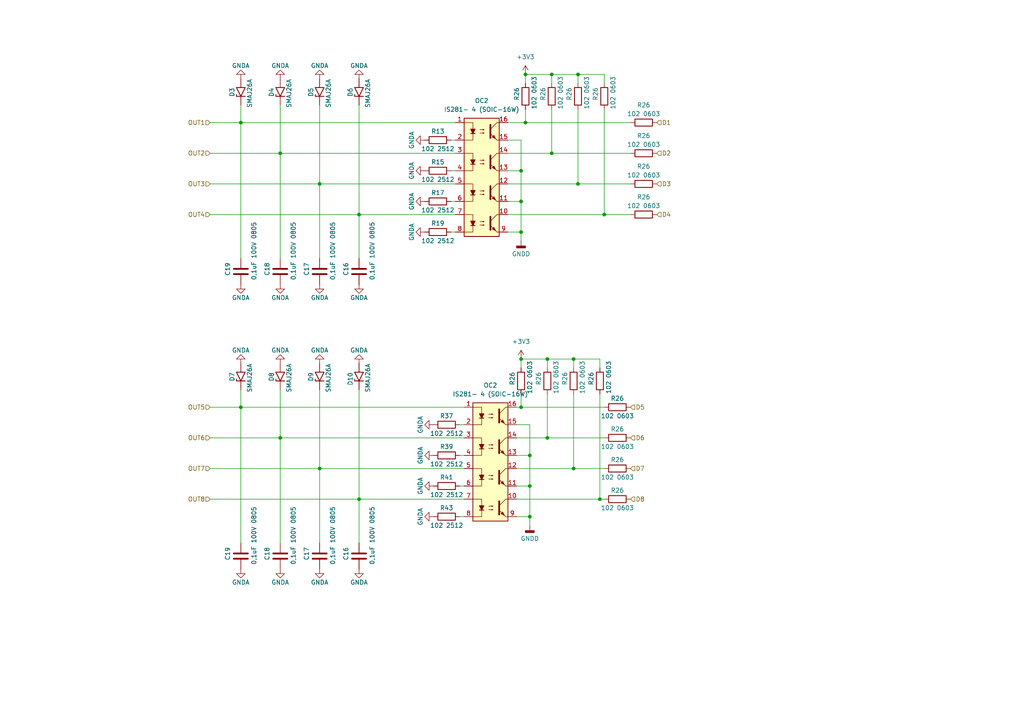
<source format=kicad_sch>
(kicad_sch (version 20230121) (generator eeschema)
  (paper "A4")
  (lib_symbols
    (symbol "Device:C" (pin_numbers hide) (pin_names (offset 0.254))
      (property "Reference" "C" (at 0.635 2.54 0))
      (property "Value" "C" (at 0.635 -2.54 0))
      (symbol "C_0_1"
        (polyline (pts (xy -2.032 -0.762) (xy 2.032 -0.762)) (stroke (width 0.508)))
        (polyline (pts (xy -2.032 0.762) (xy 2.032 0.762)) (stroke (width 0.508)))
      )
      (symbol "C_1_1"
        (pin passive line (at 0 3.81 270) (length 2.794) (name "~") (number "1"))
        (pin passive line (at 0 -3.81 90) (length 2.794) (name "~") (number "2"))
      )
    )
    (symbol "Device:R" (pin_numbers hide) (pin_names (offset 0))
      (property "Reference" "R" (at 2.032 0 90))
      (property "Value" "R" (at 0 0 90))
      (symbol "R_0_1"
        (rectangle (start -1.016 -2.54) (end 1.016 2.54) (stroke (width 0.254)))
      )
      (symbol "R_1_1"
        (pin passive line (at 0 3.81 270) (length 1.27) (name "~") (number "1"))
        (pin passive line (at 0 -3.81 90) (length 1.27) (name "~") (number "2"))
      )
    )
    (symbol "Diode:SMAJ26A" (pin_numbers hide) (pin_names (offset 1.016) hide)
      (property "Reference" "D" (at 0 2.54 0))
      (property "Value" "SMAJ26A" (at 0 -2.54 0))
      (symbol "SMAJ26A_0_1"
        (polyline (pts (xy -0.762 1.27) (xy -1.27 1.27) (xy -1.27 -1.27)) (stroke (width 0.254)))
        (polyline (pts (xy 1.27 1.27) (xy 1.27 -1.27) (xy -1.27 0) (xy 1.27 1.27)) (stroke (width 0.254)))
      )
      (symbol "SMAJ26A_1_1"
        (pin passive line (at -3.81 0 0) (length 2.54) (name "A1") (number "1"))
        (pin passive line (at 3.81 0 180) (length 2.54) (name "A2") (number "2"))
      )
    )
    (symbol "PCM_4ms_Power-symbol:GNDA" (power) (pin_numbers hide) (pin_names (offset 0) hide)
      (property "Value" "GNDA" (at 0 -3.81 0))
      (symbol "GNDA_0_1"
        (polyline (pts (xy 0 0) (xy 0 -1.27) (xy 1.27 -1.27) (xy 0 -2.54) (xy -1.27 -1.27) (xy 0 -1.27)))
      )
      (symbol "GNDA_1_1"
        (pin power_in line (at 0 0 270) (length 0) hide (name "GNDA") (number "1"))
      )
    )
    (symbol "PCM_Optocoupler_AKL:Optocoupler_Quad_Generic" (pin_names (offset 1.016))
      (property "Reference" "OC" (at -5.08 17.78 0))
      (property "Value" "Optocoupler_Quad_Generic" (at -5.08 15.24 0))
      (symbol "Optocoupler_Quad_Generic_0_1"
        (rectangle (start -5.08 12.7) (end 5.08 -21.59) (stroke (width 0.254)) (fill (type background)))
        (polyline (pts (xy -3.175 8.255) (xy -1.905 8.255)) (stroke (width 0.254)))
        (polyline (pts (xy 2.54 9.525) (xy 4.445 11.43)))
        (polyline (pts (xy 4.445 6.35) (xy 2.54 8.255)) (fill (type outline)))
        (polyline (pts (xy 4.445 6.35) (xy 5.08 6.35)))
        (polyline (pts (xy 4.445 11.43) (xy 5.08 11.43)))
        (polyline (pts (xy -5.08 11.43) (xy -2.54 11.43) (xy -2.54 8.255)))
        (polyline (pts (xy -2.54 8.255) (xy -2.54 6.35) (xy -5.08 6.35)))
        (polyline (pts (xy 2.54 10.795) (xy 2.54 6.985) (xy 2.54 6.985)) (stroke (width 0.508)))
        (polyline (pts (xy -2.54 8.255) (xy -3.175 9.525) (xy -1.905 9.525) (xy -2.54 8.255)) (stroke (width 0.254)) (fill (type outline)))
        (polyline (pts (xy -0.508 8.382) (xy 0.762 8.382) (xy 0.381 8.255) (xy 0.381 8.509) (xy 0.762 8.382)))
        (polyline (pts (xy -0.508 9.398) (xy 0.762 9.398) (xy 0.381 9.271) (xy 0.381 9.525) (xy 0.762 9.398)))
        (polyline (pts (xy 3.048 7.239) (xy 3.556 7.747) (xy 4.064 6.731) (xy 3.048 7.239) (xy 3.048 7.239)) (fill (type outline)))
      )
      (symbol "Optocoupler_Quad_Generic_1_1"
        (polyline (pts (xy -3.175 -18.415) (xy -1.905 -18.415)) (stroke (width 0.254)))
        (polyline (pts (xy -3.175 -9.525) (xy -1.905 -9.525)) (stroke (width 0.254)))
        (polyline (pts (xy -3.175 -0.635) (xy -1.905 -0.635)) (stroke (width 0.254)))
        (polyline (pts (xy 2.54 -17.145) (xy 4.445 -15.24)))
        (polyline (pts (xy 2.54 -8.255) (xy 4.445 -6.35)))
        (polyline (pts (xy 2.54 0.635) (xy 4.445 2.54)))
        (polyline (pts (xy 4.445 -20.32) (xy 2.54 -18.415)) (fill (type outline)))
        (polyline (pts (xy 4.445 -20.32) (xy 5.08 -20.32)))
        (polyline (pts (xy 4.445 -15.24) (xy 5.08 -15.24)))
        (polyline (pts (xy 4.445 -11.43) (xy 2.54 -9.525)) (fill (type outline)))
        (polyline (pts (xy 4.445 -11.43) (xy 5.08 -11.43)))
        (polyline (pts (xy 4.445 -6.35) (xy 5.08 -6.35)))
        (polyline (pts (xy 4.445 -2.54) (xy 2.54 -0.635)) (fill (type outline)))
        (polyline (pts (xy 4.445 -2.54) (xy 5.08 -2.54)))
        (polyline (pts (xy 4.445 2.54) (xy 5.08 2.54)))
        (polyline (pts (xy -5.08 -15.24) (xy -2.54 -15.24) (xy -2.54 -18.415)))
        (polyline (pts (xy -5.08 -6.35) (xy -2.54 -6.35) (xy -2.54 -9.525)))
        (polyline (pts (xy -5.08 2.54) (xy -2.54 2.54) (xy -2.54 -0.635)))
        (polyline (pts (xy -2.54 -18.415) (xy -2.54 -20.32) (xy -5.08 -20.32)))
        (polyline (pts (xy -2.54 -9.525) (xy -2.54 -11.43) (xy -5.08 -11.43)))
        (polyline (pts (xy -2.54 -0.635) (xy -2.54 -2.54) (xy -5.08 -2.54)))
        (polyline (pts (xy 2.54 -15.875) (xy 2.54 -19.685) (xy 2.54 -19.685)) (stroke (width 0.508)))
        (polyline (pts (xy 2.54 -6.985) (xy 2.54 -10.795) (xy 2.54 -10.795)) (stroke (width 0.508)))
        (polyline (pts (xy 2.54 1.905) (xy 2.54 -1.905) (xy 2.54 -1.905)) (stroke (width 0.508)))
        (polyline (pts (xy -2.54 -18.415) (xy -3.175 -17.145) (xy -1.905 -17.145) (xy -2.54 -18.415)) (stroke (width 0.254)) (fill (type outline)))
        (polyline (pts (xy -2.54 -9.525) (xy -3.175 -8.255) (xy -1.905 -8.255) (xy -2.54 -9.525)) (stroke (width 0.254)) (fill (type outline)))
        (polyline (pts (xy -2.54 -0.635) (xy -3.175 0.635) (xy -1.905 0.635) (xy -2.54 -0.635)) (stroke (width 0.254)) (fill (type outline)))
        (polyline (pts (xy -0.508 -18.288) (xy 0.762 -18.288) (xy 0.381 -18.415) (xy 0.381 -18.161) (xy 0.762 -18.288)))
        (polyline (pts (xy -0.508 -17.272) (xy 0.762 -17.272) (xy 0.381 -17.399) (xy 0.381 -17.145) (xy 0.762 -17.272)))
        (polyline (pts (xy -0.508 -9.398) (xy 0.762 -9.398) (xy 0.381 -9.525) (xy 0.381 -9.271) (xy 0.762 -9.398)))
        (polyline (pts (xy -0.508 -8.382) (xy 0.762 -8.382) (xy 0.381 -8.509) (xy 0.381 -8.255) (xy 0.762 -8.382)))
        (polyline (pts (xy -0.508 -0.508) (xy 0.762 -0.508) (xy 0.381 -0.635) (xy 0.381 -0.381) (xy 0.762 -0.508)))
        (polyline (pts (xy -0.508 0.508) (xy 0.762 0.508) (xy 0.381 0.381) (xy 0.381 0.635) (xy 0.762 0.508)))
        (polyline (pts (xy 3.048 -19.431) (xy 3.556 -18.923) (xy 4.064 -19.939) (xy 3.048 -19.431) (xy 3.048 -19.431)) (fill (type outline)))
        (polyline (pts (xy 3.048 -10.541) (xy 3.556 -10.033) (xy 4.064 -11.049) (xy 3.048 -10.541) (xy 3.048 -10.541)) (fill (type outline)))
        (polyline (pts (xy 3.048 -1.651) (xy 3.556 -1.143) (xy 4.064 -2.159) (xy 3.048 -1.651) (xy 3.048 -1.651)) (fill (type outline)))
        (pin passive line (at -7.62 11.43 0) (length 2.54) (name "~") (number "1"))
        (pin passive line (at 7.62 -15.24 180) (length 2.54) (name "~") (number "10"))
        (pin passive line (at 7.62 -11.43 180) (length 2.54) (name "~") (number "11"))
        (pin passive line (at 7.62 -6.35 180) (length 2.54) (name "~") (number "12"))
        (pin passive line (at 7.62 -2.54 180) (length 2.54) (name "~") (number "13"))
        (pin passive line (at 7.62 2.54 180) (length 2.54) (name "~") (number "14"))
        (pin passive line (at 7.62 6.35 180) (length 2.54) (name "~") (number "15"))
        (pin passive line (at 7.62 11.43 180) (length 2.54) (name "~") (number "16"))
        (pin passive line (at -7.62 6.35 0) (length 2.54) (name "~") (number "2"))
        (pin passive line (at -7.62 2.54 0) (length 2.54) (name "~") (number "3"))
        (pin passive line (at -7.62 -2.54 0) (length 2.54) (name "~") (number "4"))
        (pin passive line (at -7.62 -6.35 0) (length 2.54) (name "~") (number "5"))
        (pin passive line (at -7.62 -11.43 0) (length 2.54) (name "~") (number "6"))
        (pin passive line (at -7.62 -15.24 0) (length 2.54) (name "~") (number "7"))
        (pin passive line (at -7.62 -20.32 0) (length 2.54) (name "~") (number "8"))
        (pin passive line (at 7.62 -20.32 180) (length 2.54) (name "~") (number "9"))
      )
    )
    (symbol "power:+3V3" (power) (pin_numbers hide) (pin_names (offset 0) hide)
      (property "Value" "+3V3" (at 0 3.556 0))
      (symbol "+3V3_0_1"
        (polyline (pts (xy -0.762 1.27) (xy 0 2.54)))
        (polyline (pts (xy 0 0) (xy 0 2.54)))
        (polyline (pts (xy 0 2.54) (xy 0.762 1.27)))
      )
      (symbol "+3V3_1_1"
        (pin power_in line (at 0 0 90) (length 0) hide (name "+3V3") (number "1"))
      )
    )
    (symbol "power:GNDD" (power) (pin_numbers hide) (pin_names (offset 0) hide)
      (property "Value" "GNDD" (at 0 -3.175 0))
      (symbol "GNDD_0_1"
        (rectangle (start -1.27 -1.524) (end 1.27 -2.032) (stroke (width 0.254)) (fill (type outline)))
        (polyline (pts (xy 0 0) (xy 0 -1.524)))
      )
      (symbol "GNDD_1_1"
        (pin power_in line (at 0 0 270) (length 0) hide (name "GNDD") (number "1"))
      )
    )
  )
  (junction (at 69.85 35.56))
  (junction (at 104.14 144.78))
  (junction (at 81.28 44.45))
  (junction (at 69.85 118.11))
  (junction (at 153.67 140.97))
  (junction (at 166.37 135.89))
  (junction (at 160.02 44.45))
  (junction (at 167.64 53.34))
  (junction (at 166.37 104.14))
  (junction (at 160.02 21.59))
  (junction (at 152.4 21.59))
  (junction (at 173.99 144.78))
  (junction (at 92.71 135.89))
  (junction (at 92.71 53.34))
  (junction (at 151.13 118.11))
  (junction (at 175.26 62.23))
  (junction (at 151.13 104.14))
  (junction (at 167.64 21.59))
  (junction (at 151.13 49.53))
  (junction (at 151.13 58.42))
  (junction (at 81.28 127))
  (junction (at 104.14 62.23))
  (junction (at 151.13 67.31))
  (junction (at 153.67 132.08))
  (junction (at 158.75 127))
  (junction (at 153.67 149.86))
  (junction (at 152.4 35.56))
  (junction (at 158.75 104.14))
  (wire (pts (xy 60.96 53.34) (xy 92.71 53.34)))
  (wire (pts (xy 175.26 21.59) (xy 175.26 24.13)))
  (wire (pts (xy 153.67 132.08) (xy 153.67 140.97)))
  (wire (pts (xy 69.85 35.56) (xy 69.85 74.93)))
  (wire (pts (xy 104.14 30.48) (xy 104.14 62.23)))
  (wire (pts (xy 151.13 118.11) (xy 175.26 118.11)))
  (wire (pts (xy 158.75 104.14) (xy 166.37 104.14)))
  (wire (pts (xy 130.81 67.31) (xy 132.08 67.31)))
  (wire (pts (xy 160.02 44.45) (xy 182.88 44.45)))
  (wire (pts (xy 167.64 21.59) (xy 175.26 21.59)))
  (wire (pts (xy 92.71 53.34) (xy 92.71 74.93)))
  (wire (pts (xy 175.26 62.23) (xy 182.88 62.23)))
  (wire (pts (xy 92.71 53.34) (xy 132.08 53.34)))
  (wire (pts (xy 160.02 21.59) (xy 167.64 21.59)))
  (wire (pts (xy 133.35 123.19) (xy 134.62 123.19)))
  (wire (pts (xy 130.81 49.53) (xy 132.08 49.53)))
  (wire (pts (xy 104.14 62.23) (xy 60.96 62.23)))
  (wire (pts (xy 147.32 62.23) (xy 175.26 62.23)))
  (wire (pts (xy 147.32 40.64) (xy 151.13 40.64)))
  (wire (pts (xy 152.4 35.56) (xy 152.4 31.75)))
  (wire (pts (xy 149.86 132.08) (xy 153.67 132.08)))
  (wire (pts (xy 69.85 118.11) (xy 69.85 157.48)))
  (wire (pts (xy 167.64 31.75) (xy 167.64 53.34)))
  (wire (pts (xy 92.71 135.89) (xy 134.62 135.89)))
  (wire (pts (xy 130.81 40.64) (xy 132.08 40.64)))
  (wire (pts (xy 104.14 113.03) (xy 104.14 144.78)))
  (wire (pts (xy 81.28 127) (xy 81.28 157.48)))
  (wire (pts (xy 167.64 21.59) (xy 167.64 24.13)))
  (wire (pts (xy 60.96 144.78) (xy 104.14 144.78)))
  (wire (pts (xy 149.86 149.86) (xy 153.67 149.86)))
  (wire (pts (xy 151.13 67.31) (xy 151.13 69.85)))
  (wire (pts (xy 149.86 144.78) (xy 173.99 144.78)))
  (wire (pts (xy 104.14 144.78) (xy 104.14 157.48)))
  (wire (pts (xy 60.96 118.11) (xy 69.85 118.11)))
  (wire (pts (xy 133.35 140.97) (xy 134.62 140.97)))
  (wire (pts (xy 152.4 21.59) (xy 152.4 24.13)))
  (wire (pts (xy 60.96 135.89) (xy 92.71 135.89)))
  (wire (pts (xy 92.71 30.48) (xy 92.71 53.34)))
  (wire (pts (xy 153.67 149.86) (xy 153.67 152.4)))
  (wire (pts (xy 173.99 144.78) (xy 175.26 144.78)))
  (wire (pts (xy 69.85 118.11) (xy 69.85 113.03)))
  (wire (pts (xy 149.86 135.89) (xy 166.37 135.89)))
  (wire (pts (xy 152.4 21.59) (xy 160.02 21.59)))
  (wire (pts (xy 69.85 118.11) (xy 134.62 118.11)))
  (wire (pts (xy 158.75 104.14) (xy 158.75 106.68)))
  (wire (pts (xy 173.99 114.3) (xy 173.99 144.78)))
  (wire (pts (xy 130.81 58.42) (xy 132.08 58.42)))
  (wire (pts (xy 153.67 123.19) (xy 153.67 132.08)))
  (wire (pts (xy 69.85 35.56) (xy 69.85 30.48)))
  (wire (pts (xy 147.32 58.42) (xy 151.13 58.42)))
  (wire (pts (xy 69.85 35.56) (xy 132.08 35.56)))
  (wire (pts (xy 147.32 44.45) (xy 160.02 44.45)))
  (wire (pts (xy 149.86 127) (xy 158.75 127)))
  (wire (pts (xy 149.86 140.97) (xy 153.67 140.97)))
  (wire (pts (xy 81.28 44.45) (xy 81.28 74.93)))
  (wire (pts (xy 151.13 49.53) (xy 151.13 58.42)))
  (wire (pts (xy 92.71 135.89) (xy 92.71 157.48)))
  (wire (pts (xy 151.13 118.11) (xy 151.13 114.3)))
  (wire (pts (xy 60.96 127) (xy 81.28 127)))
  (wire (pts (xy 166.37 104.14) (xy 173.99 104.14)))
  (wire (pts (xy 149.86 118.11) (xy 151.13 118.11)))
  (wire (pts (xy 152.4 35.56) (xy 182.88 35.56)))
  (wire (pts (xy 160.02 31.75) (xy 160.02 44.45)))
  (wire (pts (xy 147.32 53.34) (xy 167.64 53.34)))
  (wire (pts (xy 173.99 104.14) (xy 173.99 106.68)))
  (wire (pts (xy 104.14 62.23) (xy 104.14 74.93)))
  (wire (pts (xy 158.75 114.3) (xy 158.75 127)))
  (wire (pts (xy 149.86 123.19) (xy 153.67 123.19)))
  (wire (pts (xy 166.37 135.89) (xy 175.26 135.89)))
  (wire (pts (xy 60.96 44.45) (xy 81.28 44.45)))
  (wire (pts (xy 104.14 144.78) (xy 134.62 144.78)))
  (wire (pts (xy 81.28 127) (xy 134.62 127)))
  (wire (pts (xy 158.75 127) (xy 175.26 127)))
  (wire (pts (xy 81.28 44.45) (xy 132.08 44.45)))
  (wire (pts (xy 151.13 104.14) (xy 151.13 106.68)))
  (wire (pts (xy 151.13 40.64) (xy 151.13 49.53)))
  (wire (pts (xy 175.26 31.75) (xy 175.26 62.23)))
  (wire (pts (xy 166.37 104.14) (xy 166.37 106.68)))
  (wire (pts (xy 92.71 113.03) (xy 92.71 135.89)))
  (wire (pts (xy 166.37 114.3) (xy 166.37 135.89)))
  (wire (pts (xy 147.32 67.31) (xy 151.13 67.31)))
  (wire (pts (xy 160.02 21.59) (xy 160.02 24.13)))
  (wire (pts (xy 60.96 35.56) (xy 69.85 35.56)))
  (wire (pts (xy 133.35 149.86) (xy 134.62 149.86)))
  (wire (pts (xy 151.13 104.14) (xy 158.75 104.14)))
  (wire (pts (xy 133.35 132.08) (xy 134.62 132.08)))
  (wire (pts (xy 81.28 30.48) (xy 81.28 44.45)))
  (wire (pts (xy 151.13 58.42) (xy 151.13 67.31)))
  (wire (pts (xy 167.64 53.34) (xy 182.88 53.34)))
  (wire (pts (xy 147.32 49.53) (xy 151.13 49.53)))
  (wire (pts (xy 153.67 140.97) (xy 153.67 149.86)))
  (wire (pts (xy 147.32 35.56) (xy 152.4 35.56)))
  (wire (pts (xy 132.08 62.23) (xy 104.14 62.23)))
  (wire (pts (xy 81.28 113.03) (xy 81.28 127)))
  (hierarchical_label "OUT4" (shape input) (at 60.96 62.23 180))
  (hierarchical_label "D4" (shape input) (at 190.5 62.23 0))
  (hierarchical_label "OUT7" (shape input) (at 60.96 135.89 180))
  (hierarchical_label "OUT6" (shape input) (at 60.96 127 180))
  (hierarchical_label "D1" (shape input) (at 190.5 35.56 0))
  (hierarchical_label "OUT3" (shape input) (at 60.96 53.34 180))
  (hierarchical_label "OUT2" (shape input) (at 60.96 44.45 180))
  (hierarchical_label "OUT5" (shape input) (at 60.96 118.11 180))
  (hierarchical_label "D3" (shape input) (at 190.5 53.34 0))
  (hierarchical_label "D5" (shape input) (at 182.88 118.11 0))
  (hierarchical_label "OUT8" (shape input) (at 60.96 144.78 180))
  (hierarchical_label "D7" (shape input) (at 182.88 135.89 0))
  (hierarchical_label "OUT1" (shape input) (at 60.96 35.56 180))
  (hierarchical_label "D6" (shape input) (at 182.88 127 0))
  (hierarchical_label "D8" (shape input) (at 182.88 144.78 0))
  (hierarchical_label "D2" (shape input) (at 190.5 44.45 0))
  (symbol (lib_id "PCM_4ms_Power-symbol:GNDA") (at 104.14 82.55 0) (unit 1)
    (property "Reference" "#PWR043" (effects hide))
    (property "Value" "GNDA" (at 104.14 86.36 0))
    (instances (project "Плата дискретных входов" (path "" (reference "#PWR043") (unit 1)) (path "" (reference "#PWR058") (unit 1)) (path "" (reference "#PWR092") (unit 1))) (project "Плата фото светодиоды" (path "" (reference "#PWR030") (unit 1))))
  )
  (symbol (lib_id "PCM_4ms_Power-symbol:GNDA") (at 92.71 22.86 180) (unit 1)
    (property "Reference" "#PWR043" (effects hide))
    (property "Value" "GNDA" (at 92.71 19.05 0))
    (instances (project "Плата дискретных входов" (path "" (reference "#PWR043") (unit 1)) (path "" (reference "#PWR042") (unit 1)) (path "" (reference "#PWR051") (unit 1))) (project "Плата фото светодиоды" (path "" (reference "#PWR030") (unit 1))))
  )
  (symbol (lib_id "PCM_4ms_Power-symbol:GNDA") (at 92.71 105.41 180) (unit 1)
    (property "Reference" "#PWR043" (effects hide))
    (property "Value" "GNDA" (at 92.71 101.6 0))
    (instances (project "Плата дискретных входов" (path "" (reference "#PWR043") (unit 1)) (path "" (reference "#PWR062") (unit 1)) (path "" (reference "#PWR096") (unit 1))) (project "Плата фото светодиоды" (path "" (reference "#PWR030") (unit 1))))
  )
  (symbol (lib_id "power:GNDD") (at 153.67 152.4 0) (unit 1)
    (property "Reference" "#PWR048" (effects hide))
    (property "Value" "GNDD" (at 153.67 156.21 0))
    (instances (project "Плата дискретных входов" (path "" (reference "#PWR048") (unit 1)) (path "" (reference "#PWR038") (unit 1)) (path "" (reference "#PWR072") (unit 1)) (path "" (reference "#PWR0115") (unit 1))))
  )
  (symbol (lib_id "Device:R") (at 179.07 144.78 90) (unit 1)
    (property "Reference" "R26" (at 179.07 142.24 90))
    (property "Value" "102 0603" (at 179.07 147.32 90))
    (property "Footprint" "PCM_Resistor_SMD_AKL:R_0603_1608Metric_Pad1.05x0.95mm_HandSolder" (effects hide))
    (instances (project "Плата дискретных входов" (path "" (reference "R26") (unit 1)) (path "" (reference "R28") (unit 1)) (path "" (reference "R41") (unit 1)) (path "" (reference "R55") (unit 1))))
  )
  (symbol (lib_id "Device:R") (at 179.07 135.89 90) (unit 1)
    (property "Reference" "R26" (at 179.07 133.35 90))
    (property "Value" "102 0603" (at 179.07 138.43 90))
    (property "Footprint" "PCM_Resistor_SMD_AKL:R_0603_1608Metric_Pad1.05x0.95mm_HandSolder" (effects hide))
    (instances (project "Плата дискретных входов" (path "" (reference "R26") (unit 1)) (path "" (reference "R24") (unit 1)) (path "" (reference "R37") (unit 1)) (path "" (reference "R53") (unit 1))))
  )
  (symbol (lib_id "PCM_4ms_Power-symbol:GNDA") (at 92.71 165.1 0) (unit 1)
    (property "Reference" "#PWR062" (effects hide))
    (property "Value" "GNDA" (at 92.71 168.91 0))
    (instances (project "Плата дискретных входов" (path "" (reference "#PWR062") (unit 1)) (path "" (reference "#PWR089") (unit 1)) (path "" (reference "#PWR0118") (unit 1))) (project "Плата фото светодиоды" (path "" (reference "#PWR031") (unit 1))))
  )
  (symbol (lib_id "Device:R") (at 186.69 35.56 90) (unit 1)
    (property "Reference" "R26" (at 186.69 30.48 90))
    (property "Value" "102 0603" (at 186.69 33.02 90))
    (property "Footprint" "PCM_Resistor_SMD_AKL:R_0603_1608Metric_Pad1.05x0.95mm_HandSolder" (effects hide))
    (instances (project "Плата дискретных входов" (path "" (reference "R26") (unit 1)) (path "" (reference "R14") (unit 1)) (path "" (reference "R13") (unit 1)) (path "" (reference "R33") (unit 1))))
  )
  (symbol (lib_id "power:+3V3") (at 151.13 104.14 0) (unit 1)
    (property "Reference" "#PWR034" (effects hide))
    (property "Value" "+3V3" (at 151.13 99.06 0))
    (instances (project "Плата дискретных входов" (path "" (reference "#PWR034") (unit 1)) (path "" (reference "#PWR037") (unit 1)) (path "" (reference "#PWR059") (unit 1)) (path "" (reference "#PWR093") (unit 1))))
  )
  (symbol (lib_id "Device:R") (at 167.64 27.94 0) (unit 1)
    (property "Reference" "R26" (at 165.1 29.21 90) (effects (justify left)))
    (property "Value" "102 0603" (at 170.18 31.75 90) (effects (justify left)))
    (property "Footprint" "PCM_Resistor_SMD_AKL:R_0603_1608Metric_Pad1.05x0.95mm_HandSolder" (effects hide))
    (instances (project "Плата дискретных входов" (path "" (reference "R26") (unit 1)) (path "" (reference "R29") (unit 1)) (path "" (reference "R11") (unit 1)) (path "" (reference "R25") (unit 1))))
  )
  (symbol (lib_id "PCM_4ms_Power-symbol:GNDA") (at 123.19 58.42 270) (unit 1)
    (property "Reference" "#PWR089" (effects hide))
    (property "Value" "GNDA" (at 119.38 58.42 0))
    (instances (project "Плата дискретных входов" (path "" (reference "#PWR089") (unit 1)) (path "" (reference "#PWR046") (unit 1)) (path "" (reference "#PWR068") (unit 1))) (project "Плата фото светодиоды" (path "" (reference "#PWR033") (unit 1))))
  )
  (symbol (lib_id "PCM_4ms_Power-symbol:GNDA") (at 81.28 165.1 0) (unit 1)
    (property "Reference" "#PWR063" (effects hide))
    (property "Value" "GNDA" (at 81.28 168.91 0))
    (instances (project "Плата дискретных входов" (path "" (reference "#PWR063") (unit 1)) (path "" (reference "#PWR088") (unit 1)) (path "" (reference "#PWR0117") (unit 1))) (project "Плата фото светодиоды" (path "" (reference "#PWR032") (unit 1))))
  )
  (symbol (lib_id "PCM_4ms_Power-symbol:GNDA") (at 69.85 82.55 0) (unit 1)
    (property "Reference" "#PWR064" (effects hide))
    (property "Value" "GNDA" (at 69.85 86.36 0))
    (instances (project "Плата дискретных входов" (path "" (reference "#PWR064") (unit 1)) (path "" (reference "#PWR052") (unit 1)) (path "" (reference "#PWR075") (unit 1))) (project "Плата фото светодиоды" (path "" (reference "#PWR033") (unit 1))))
  )
  (symbol (lib_id "Diode:SMAJ26A") (at 104.14 26.67 90) (unit 1)
    (property "Reference" "D6" (at 101.6 25.4 0) (effects (justify right)))
    (property "Value" "SMAJ26A" (at 106.68 22.86 0) (effects (justify right)))
    (property "Footprint" "Diode_SMD:D_SMA" (effects hide))
    (property "Datasheet" "https://www.littelfuse.com/media?resourcetype=datasheets&itemid=75e32973-b177-4ee3-a0ff-cedaf1abdb93&filename=smaj-datasheet" (effects hide))
    (instances (project "Плата дискретных входов" (path "" (reference "D6") (unit 1)) (path "" (reference "D14") (unit 1))))
  )
  (symbol (lib_id "PCM_4ms_Power-symbol:GNDA") (at 69.85 22.86 180) (unit 1)
    (property "Reference" "#PWR043" (effects hide))
    (property "Value" "GNDA" (at 69.85 19.05 0))
    (instances (project "Плата дискретных входов" (path "" (reference "#PWR043") (unit 1)) (path "" (reference "#PWR038") (unit 1)) (path "" (reference "#PWR040") (unit 1))) (project "Плата фото светодиоды" (path "" (reference "#PWR030") (unit 1))))
  )
  (symbol (lib_id "Diode:SMAJ26A") (at 92.71 26.67 90) (unit 1)
    (property "Reference" "D5" (at 90.17 25.4 0) (effects (justify right)))
    (property "Value" "SMAJ26A" (at 95.25 22.86 0) (effects (justify right)))
    (property "Footprint" "Diode_SMD:D_SMA" (effects hide))
    (property "Datasheet" "https://www.littelfuse.com/media?resourcetype=datasheets&itemid=75e32973-b177-4ee3-a0ff-cedaf1abdb93&filename=smaj-datasheet" (effects hide))
    (instances (project "Плата дискретных входов" (path "" (reference "D5") (unit 1)) (path "" (reference "D13") (unit 1))))
  )
  (symbol (lib_id "Diode:SMAJ26A") (at 104.14 109.22 90) (unit 1)
    (property "Reference" "D10" (at 101.6 107.95 0) (effects (justify right)))
    (property "Value" "SMAJ26A" (at 106.68 105.41 0) (effects (justify right)))
    (property "Footprint" "Diode_SMD:D_SMA" (effects hide))
    (property "Datasheet" "https://www.littelfuse.com/media?resourcetype=datasheets&itemid=75e32973-b177-4ee3-a0ff-cedaf1abdb93&filename=smaj-datasheet" (effects hide))
    (instances (project "Плата дискретных входов" (path "" (reference "D10") (unit 1)) (path "" (reference "D18") (unit 1))))
  )
  (symbol (lib_id "Device:C") (at 69.85 161.29 0) (unit 1)
    (property "Reference" "C19" (at 66.04 162.56 90) (effects (justify left)))
    (property "Value" "0,1uF 100V 0805" (at 73.66 163.83 90) (effects (justify left)))
    (property "Footprint" "PCM_Resistor_SMD_AKL:R_0805_2012Metric_Pad1.20x1.40mm_HandSolder" (effects hide))
    (instances (project "Плата дискретных входов" (path "" (reference "C19") (unit 1)) (path "" (reference "C24") (unit 1)) (path "" (reference "C28") (unit 1))) (project "Плата фото светодиоды" (path "" (reference "C30") (unit 1))))
  )
  (symbol (lib_id "PCM_4ms_Power-symbol:GNDA") (at 125.73 132.08 270) (unit 1)
    (property "Reference" "#PWR096" (effects hide))
    (property "Value" "GNDA" (at 121.92 132.08 0))
    (instances (project "Плата дискретных входов" (path "" (reference "#PWR096") (unit 1)) (path "" (reference "#PWR069") (unit 1)) (path "" (reference "#PWR0112") (unit 1))) (project "Плата фото светодиоды" (path "" (reference "#PWR033") (unit 1))))
  )
  (symbol (lib_id "Device:R") (at 127 40.64 90) (unit 1)
    (property "Reference" "R13" (at 127 38.1 90))
    (property "Value" "102 2512" (at 127 43.18 90))
    (property "Footprint" "PCM_Resistor_SMD_AKL:R_2512_6332Metric_Pad1.52x3.35mm_HandSolder" (effects hide))
    (instances (project "Плата дискретных входов" (path "" (reference "R13") (unit 1)) (path "" (reference "R14") (unit 1)) (path "" (reference "R34") (unit 1))))
  )
  (symbol (lib_id "PCM_4ms_Power-symbol:GNDA") (at 92.71 82.55 0) (unit 1)
    (property "Reference" "#PWR062" (effects hide))
    (property "Value" "GNDA" (at 92.71 86.36 0))
    (instances (project "Плата дискретных входов" (path "" (reference "#PWR062") (unit 1)) (path "" (reference "#PWR054") (unit 1)) (path "" (reference "#PWR091") (unit 1))) (project "Плата фото светодиоды" (path "" (reference "#PWR031") (unit 1))))
  )
  (symbol (lib_id "power:GNDD") (at 151.13 69.85 0) (unit 1)
    (property "Reference" "#PWR048" (effects hide))
    (property "Value" "GNDD" (at 151.13 73.66 0))
    (instances (project "Плата дискретных входов" (path "" (reference "#PWR048") (unit 1)) (path "" (reference "#PWR044") (unit 1)) (path "" (reference "#PWR050") (unit 1)) (path "" (reference "#PWR074") (unit 1))))
  )
  (symbol (lib_id "PCM_4ms_Power-symbol:GNDA") (at 123.19 67.31 270) (unit 1)
    (property "Reference" "#PWR090" (effects hide))
    (property "Value" "GNDA" (at 119.38 67.31 0))
    (instances (project "Плата дискретных входов" (path "" (reference "#PWR090") (unit 1)) (path "" (reference "#PWR047") (unit 1)) (path "" (reference "#PWR073") (unit 1))) (project "Плата фото светодиоды" (path "" (reference "#PWR033") (unit 1))))
  )
  (symbol (lib_id "PCM_4ms_Power-symbol:GNDA") (at 81.28 82.55 0) (unit 1)
    (property "Reference" "#PWR063" (effects hide))
    (property "Value" "GNDA" (at 81.28 86.36 0))
    (instances (project "Плата дискретных входов" (path "" (reference "#PWR063") (unit 1)) (path "" (reference "#PWR053") (unit 1)) (path "" (reference "#PWR076") (unit 1))) (project "Плата фото светодиоды" (path "" (reference "#PWR032") (unit 1))))
  )
  (symbol (lib_id "Diode:SMAJ26A") (at 81.28 26.67 90) (unit 1)
    (property "Reference" "D4" (at 78.74 25.4 0) (effects (justify right)))
    (property "Value" "SMAJ26A" (at 83.82 22.86 0) (effects (justify right)))
    (property "Footprint" "Diode_SMD:D_SMA" (effects hide))
    (property "Datasheet" "https://www.littelfuse.com/media?resourcetype=datasheets&itemid=75e32973-b177-4ee3-a0ff-cedaf1abdb93&filename=smaj-datasheet" (effects hide))
    (instances (project "Плата дискретных входов" (path "" (reference "D4") (unit 1)) (path "" (reference "D12") (unit 1))))
  )
  (symbol (lib_id "PCM_4ms_Power-symbol:GNDA") (at 123.19 40.64 270) (unit 1)
    (property "Reference" "#PWR087" (effects hide))
    (property "Value" "GNDA" (at 119.38 40.64 0))
    (instances (project "Плата дискретных входов" (path "" (reference "#PWR087") (unit 1)) (path "" (reference "#PWR044") (unit 1)) (path "" (reference "#PWR066") (unit 1))) (project "Плата фото светодиоды" (path "" (reference "#PWR033") (unit 1))))
  )
  (symbol (lib_id "PCM_4ms_Power-symbol:GNDA") (at 125.73 140.97 270) (unit 1)
    (property "Reference" "#PWR0110" (effects hide))
    (property "Value" "GNDA" (at 121.92 140.97 0))
    (instances (project "Плата дискретных входов" (path "" (reference "#PWR0110") (unit 1)) (path "" (reference "#PWR070") (unit 1)) (path "" (reference "#PWR0113") (unit 1))) (project "Плата фото светодиоды" (path "" (reference "#PWR033") (unit 1))))
  )
  (symbol (lib_id "Device:C") (at 81.28 161.29 0) (unit 1)
    (property "Reference" "C18" (at 77.47 162.56 90) (effects (justify left)))
    (property "Value" "0,1uF 100V 0805" (at 85.09 163.83 90) (effects (justify left)))
    (property "Footprint" "PCM_Resistor_SMD_AKL:R_0805_2012Metric_Pad1.20x1.40mm_HandSolder" (effects hide))
    (instances (project "Плата дискретных входов" (path "" (reference "C18") (unit 1)) (path "" (reference "C25") (unit 1)) (path "" (reference "C29") (unit 1))) (project "Плата фото светодиоды" (path "" (reference "C29") (unit 1))))
  )
  (symbol (lib_id "Device:R") (at 186.69 44.45 90) (unit 1)
    (property "Reference" "R26" (at 186.69 39.37 90))
    (property "Value" "102 0603" (at 186.69 41.91 90))
    (property "Footprint" "PCM_Resistor_SMD_AKL:R_0603_1608Metric_Pad1.05x0.95mm_HandSolder" (effects hide))
    (instances (project "Плата дискретных входов" (path "" (reference "R26") (unit 1)) (path "" (reference "R18") (unit 1)) (path "" (reference "R15") (unit 1)) (path "" (reference "R35") (unit 1))))
  )
  (symbol (lib_id "Device:C") (at 69.85 78.74 0) (unit 1)
    (property "Reference" "C19" (at 66.04 80.01 90) (effects (justify left)))
    (property "Value" "0,1uF 100V 0805" (at 73.66 81.28 90) (effects (justify left)))
    (property "Footprint" "PCM_Resistor_SMD_AKL:R_0805_2012Metric_Pad1.20x1.40mm_HandSolder" (effects hide))
    (instances (project "Плата дискретных входов" (path "" (reference "C19") (unit 1)) (path "" (reference "C16") (unit 1)) (path "" (reference "C20") (unit 1))) (project "Плата фото светодиоды" (path "" (reference "C30") (unit 1))))
  )
  (symbol (lib_id "Diode:SMAJ26A") (at 81.28 109.22 90) (unit 1)
    (property "Reference" "D8" (at 78.74 107.95 0) (effects (justify right)))
    (property "Value" "SMAJ26A" (at 83.82 105.41 0) (effects (justify right)))
    (property "Footprint" "Diode_SMD:D_SMA" (effects hide))
    (property "Datasheet" "https://www.littelfuse.com/media?resourcetype=datasheets&itemid=75e32973-b177-4ee3-a0ff-cedaf1abdb93&filename=smaj-datasheet" (effects hide))
    (instances (project "Плата дискретных входов" (path "" (reference "D8") (unit 1)) (path "" (reference "D16") (unit 1))))
  )
  (symbol (lib_id "PCM_4ms_Power-symbol:GNDA") (at 104.14 165.1 0) (unit 1)
    (property "Reference" "#PWR043" (effects hide))
    (property "Value" "GNDA" (at 104.14 168.91 0))
    (instances (project "Плата дискретных входов" (path "" (reference "#PWR043") (unit 1)) (path "" (reference "#PWR090") (unit 1)) (path "" (reference "#PWR0119") (unit 1))) (project "Плата фото светодиоды" (path "" (reference "#PWR030") (unit 1))))
  )
  (symbol (lib_id "PCM_4ms_Power-symbol:GNDA") (at 125.73 123.19 270) (unit 1)
    (property "Reference" "#PWR095" (effects hide))
    (property "Value" "GNDA" (at 121.92 123.19 0))
    (instances (project "Плата дискретных входов" (path "" (reference "#PWR095") (unit 1)) (path "" (reference "#PWR064") (unit 1)) (path "" (reference "#PWR0111") (unit 1))) (project "Плата фото светодиоды" (path "" (reference "#PWR033") (unit 1))))
  )
  (symbol (lib_id "PCM_4ms_Power-symbol:GNDA") (at 125.73 149.86 270) (unit 1)
    (property "Reference" "#PWR0111" (effects hide))
    (property "Value" "GNDA" (at 121.92 149.86 0))
    (instances (project "Плата дискретных входов" (path "" (reference "#PWR0111") (unit 1)) (path "" (reference "#PWR071") (unit 1)) (path "" (reference "#PWR0114") (unit 1))) (project "Плата фото светодиоды" (path "" (reference "#PWR033") (unit 1))))
  )
  (symbol (lib_id "Device:R") (at 151.13 110.49 0) (unit 1)
    (property "Reference" "R26" (at 148.59 111.76 90) (effects (justify left)))
    (property "Value" "102 0603" (at 153.67 114.3 90) (effects (justify left)))
    (property "Footprint" "PCM_Resistor_SMD_AKL:R_0603_1608Metric_Pad1.05x0.95mm_HandSolder" (effects hide))
    (instances (project "Плата дискретных входов" (path "" (reference "R26") (unit 1)) (path "" (reference "R11") (unit 1)) (path "" (reference "R22") (unit 1)) (path "" (reference "R45") (unit 1))))
  )
  (symbol (lib_id "Device:R") (at 160.02 27.94 0) (unit 1)
    (property "Reference" "R26" (at 157.48 29.21 90) (effects (justify left)))
    (property "Value" "102 0603" (at 162.56 31.75 90) (effects (justify left)))
    (property "Footprint" "PCM_Resistor_SMD_AKL:R_0603_1608Metric_Pad1.05x0.95mm_HandSolder" (effects hide))
    (instances (project "Плата дискретных входов" (path "" (reference "R26") (unit 1)) (path "" (reference "R10") (unit 1)) (path "" (reference "R10") (unit 1)) (path "" (reference "R23") (unit 1))))
  )
  (symbol (lib_id "PCM_4ms_Power-symbol:GNDA") (at 69.85 165.1 0) (unit 1)
    (property "Reference" "#PWR064" (effects hide))
    (property "Value" "GNDA" (at 69.85 168.91 0))
    (instances (project "Плата дискретных входов" (path "" (reference "#PWR064") (unit 1)) (path "" (reference "#PWR087") (unit 1)) (path "" (reference "#PWR0116") (unit 1))) (project "Плата фото светодиоды" (path "" (reference "#PWR033") (unit 1))))
  )
  (symbol (lib_id "Diode:SMAJ26A") (at 69.85 109.22 90) (unit 1)
    (property "Reference" "D7" (at 67.31 107.95 0) (effects (justify right)))
    (property "Value" "SMAJ26A" (at 72.39 105.41 0) (effects (justify right)))
    (property "Footprint" "Diode_SMD:D_SMA" (effects hide))
    (property "Datasheet" "https://www.littelfuse.com/media?resourcetype=datasheets&itemid=75e32973-b177-4ee3-a0ff-cedaf1abdb93&filename=smaj-datasheet" (effects hide))
    (instances (project "Плата дискретных входов" (path "" (reference "D7") (unit 1)) (path "" (reference "D15") (unit 1))))
  )
  (symbol (lib_id "Device:R") (at 152.4 27.94 0) (unit 1)
    (property "Reference" "R26" (at 149.86 29.21 90) (effects (justify left)))
    (property "Value" "102 0603" (at 154.94 31.75 90) (effects (justify left)))
    (property "Footprint" "PCM_Resistor_SMD_AKL:R_0603_1608Metric_Pad1.05x0.95mm_HandSolder" (effects hide))
    (instances (project "Плата дискретных входов" (path "" (reference "R26") (unit 1)) (path "" (reference "R9") (unit 1)) (path "" (reference "R9") (unit 1)) (path "" (reference "R21") (unit 1))))
  )
  (symbol (lib_id "Device:R") (at 129.54 132.08 90) (unit 1)
    (property "Reference" "R39" (at 129.54 129.54 90))
    (property "Value" "102 2512" (at 129.54 134.62 90))
    (property "Footprint" "PCM_Resistor_SMD_AKL:R_2512_6332Metric_Pad1.52x3.35mm_HandSolder" (effects hide))
    (instances (project "Плата дискретных входов" (path "" (reference "R39") (unit 1)) (path "" (reference "R32") (unit 1)) (path "" (reference "R52") (unit 1))))
  )
  (symbol (lib_id "Device:R") (at 179.07 127 90) (unit 1)
    (property "Reference" "R26" (at 179.07 124.46 90))
    (property "Value" "102 0603" (at 179.07 129.54 90))
    (property "Footprint" "PCM_Resistor_SMD_AKL:R_0603_1608Metric_Pad1.05x0.95mm_HandSolder" (effects hide))
    (instances (project "Плата дискретных входов" (path "" (reference "R26") (unit 1)) (path "" (reference "R20") (unit 1)) (path "" (reference "R31") (unit 1)) (path "" (reference "R51") (unit 1))))
  )
  (symbol (lib_id "PCM_4ms_Power-symbol:GNDA") (at 104.14 105.41 180) (unit 1)
    (property "Reference" "#PWR043" (effects hide))
    (property "Value" "GNDA" (at 104.14 101.6 0))
    (instances (project "Плата дискретных входов" (path "" (reference "#PWR043") (unit 1)) (path "" (reference "#PWR063") (unit 1)) (path "" (reference "#PWR0110") (unit 1))) (project "Плата фото светодиоды" (path "" (reference "#PWR030") (unit 1))))
  )
  (symbol (lib_id "PCM_Optocoupler_AKL:Optocoupler_Quad_Generic") (at 139.7 46.99 0) (unit 1)
    (property "Reference" "OC2" (at 139.7 29.21 0))
    (property "Value" "IS281- 4 (SOIC-16W)" (at 139.7 31.75 0))
    (property "Footprint" "PCM_Package_SO_AKL:SOIC-16W_5.3x10.2mm_P1.27mm" (effects hide))
    (instances (project "Плата дискретных входов" (path "" (reference "OC2") (unit 1)) (path "" (reference "OC1") (unit 1)) (path "" (reference "OC1") (unit 1)) (path "" (reference "OC3") (unit 1))))
  )
  (symbol (lib_id "Device:R") (at 166.37 110.49 0) (unit 1)
    (property "Reference" "R26" (at 163.83 111.76 90) (effects (justify left)))
    (property "Value" "102 0603" (at 168.91 114.3 90) (effects (justify left)))
    (property "Footprint" "PCM_Resistor_SMD_AKL:R_0603_1608Metric_Pad1.05x0.95mm_HandSolder" (effects hide))
    (instances (project "Плата дискретных входов" (path "" (reference "R26") (unit 1)) (path "" (reference "R31") (unit 1)) (path "" (reference "R26") (unit 1)) (path "" (reference "R47") (unit 1))))
  )
  (symbol (lib_id "Device:R") (at 129.54 149.86 90) (unit 1)
    (property "Reference" "R43" (at 129.54 147.32 90))
    (property "Value" "102 2512" (at 129.54 152.4 90))
    (property "Footprint" "PCM_Resistor_SMD_AKL:R_2512_6332Metric_Pad1.52x3.35mm_HandSolder" (effects hide))
    (instances (project "Плата дискретных входов" (path "" (reference "R43") (unit 1)) (path "" (reference "R43") (unit 1)) (path "" (reference "R56") (unit 1))))
  )
  (symbol (lib_id "PCM_4ms_Power-symbol:GNDA") (at 81.28 105.41 180) (unit 1)
    (property "Reference" "#PWR043" (effects hide))
    (property "Value" "GNDA" (at 81.28 101.6 0))
    (instances (project "Плата дискретных входов" (path "" (reference "#PWR043") (unit 1)) (path "" (reference "#PWR061") (unit 1)) (path "" (reference "#PWR095") (unit 1))) (project "Плата фото светодиоды" (path "" (reference "#PWR030") (unit 1))))
  )
  (symbol (lib_id "Device:R") (at 127 58.42 90) (unit 1)
    (property "Reference" "R17" (at 127 55.88 90))
    (property "Value" "102 2512" (at 127 60.96 90))
    (property "Footprint" "PCM_Resistor_SMD_AKL:R_2512_6332Metric_Pad1.52x3.35mm_HandSolder" (effects hide))
    (instances (project "Плата дискретных входов" (path "" (reference "R17") (unit 1)) (path "" (reference "R18") (unit 1)) (path "" (reference "R40") (unit 1))))
  )
  (symbol (lib_id "Device:R") (at 179.07 118.11 90) (unit 1)
    (property "Reference" "R26" (at 179.07 115.57 90))
    (property "Value" "102 0603" (at 179.07 120.65 90))
    (property "Footprint" "PCM_Resistor_SMD_AKL:R_0603_1608Metric_Pad1.05x0.95mm_HandSolder" (effects hide))
    (instances (project "Плата дискретных входов" (path "" (reference "R26") (unit 1)) (path "" (reference "R16") (unit 1)) (path "" (reference "R29") (unit 1)) (path "" (reference "R49") (unit 1))))
  )
  (symbol (lib_id "Device:C") (at 92.71 78.74 0) (unit 1)
    (property "Reference" "C17" (at 88.9 80.01 90) (effects (justify left)))
    (property "Value" "0,1uF 100V 0805" (at 96.52 81.28 90) (effects (justify left)))
    (property "Footprint" "PCM_Resistor_SMD_AKL:R_0805_2012Metric_Pad1.20x1.40mm_HandSolder" (effects hide))
    (instances (project "Плата дискретных входов" (path "" (reference "C17") (unit 1)) (path "" (reference "C18") (unit 1)) (path "" (reference "C22") (unit 1))) (project "Плата фото светодиоды" (path "" (reference "C28") (unit 1))))
  )
  (symbol (lib_id "Device:R") (at 186.69 62.23 90) (unit 1)
    (property "Reference" "R26" (at 186.69 57.15 90))
    (property "Value" "102 0603" (at 186.69 59.69 90))
    (property "Footprint" "PCM_Resistor_SMD_AKL:R_0603_1608Metric_Pad1.05x0.95mm_HandSolder" (effects hide))
    (instances (project "Плата дискретных входов" (path "" (reference "R26") (unit 1)) (path "" (reference "R26") (unit 1)) (path "" (reference "R19") (unit 1)) (path "" (reference "R42") (unit 1))))
  )
  (symbol (lib_id "Device:R") (at 129.54 123.19 90) (unit 1)
    (property "Reference" "R37" (at 129.54 120.65 90))
    (property "Value" "102 2512" (at 129.54 125.73 90))
    (property "Footprint" "PCM_Resistor_SMD_AKL:R_2512_6332Metric_Pad1.52x3.35mm_HandSolder" (effects hide))
    (instances (project "Плата дискретных входов" (path "" (reference "R37") (unit 1)) (path "" (reference "R30") (unit 1)) (path "" (reference "R50") (unit 1))))
  )
  (symbol (lib_id "Device:R") (at 127 67.31 90) (unit 1)
    (property "Reference" "R19" (at 127 64.77 90))
    (property "Value" "102 2512" (at 127 69.85 90))
    (property "Footprint" "PCM_Resistor_SMD_AKL:R_2512_6332Metric_Pad1.52x3.35mm_HandSolder" (effects hide))
    (instances (project "Плата дискретных входов" (path "" (reference "R19") (unit 1)) (path "" (reference "R20") (unit 1)) (path "" (reference "R44") (unit 1))))
  )
  (symbol (lib_id "Device:C") (at 104.14 161.29 0) (unit 1)
    (property "Reference" "C16" (at 100.33 162.56 90) (effects (justify left)))
    (property "Value" "0,1uF 100V 0805" (at 107.95 163.83 90) (effects (justify left)))
    (property "Footprint" "PCM_Resistor_SMD_AKL:R_0805_2012Metric_Pad1.20x1.40mm_HandSolder" (effects hide))
    (instances (project "Плата дискретных входов" (path "" (reference "C16") (unit 1)) (path "" (reference "C27") (unit 1)) (path "" (reference "C31") (unit 1))) (project "Плата фото светодиоды" (path "" (reference "C27") (unit 1))))
  )
  (symbol (lib_id "Device:R") (at 158.75 110.49 0) (unit 1)
    (property "Reference" "R26" (at 156.21 111.76 90) (effects (justify left)))
    (property "Value" "102 0603" (at 161.29 114.3 90) (effects (justify left)))
    (property "Footprint" "PCM_Resistor_SMD_AKL:R_0603_1608Metric_Pad1.05x0.95mm_HandSolder" (effects hide))
    (instances (project "Плата дискретных входов" (path "" (reference "R26") (unit 1)) (path "" (reference "R12") (unit 1)) (path "" (reference "R24") (unit 1)) (path "" (reference "R46") (unit 1))))
  )
  (symbol (lib_id "PCM_4ms_Power-symbol:GNDA") (at 81.28 22.86 180) (unit 1)
    (property "Reference" "#PWR043" (effects hide))
    (property "Value" "GNDA" (at 81.28 19.05 0))
    (instances (project "Плата дискретных входов" (path "" (reference "#PWR043") (unit 1)) (path "" (reference "#PWR041") (unit 1)) (path "" (reference "#PWR049") (unit 1))) (project "Плата фото светодиоды" (path "" (reference "#PWR030") (unit 1))))
  )
  (symbol (lib_id "Device:C") (at 81.28 78.74 0) (unit 1)
    (property "Reference" "C18" (at 77.47 80.01 90) (effects (justify left)))
    (property "Value" "0,1uF 100V 0805" (at 85.09 81.28 90) (effects (justify left)))
    (property "Footprint" "PCM_Resistor_SMD_AKL:R_0805_2012Metric_Pad1.20x1.40mm_HandSolder" (effects hide))
    (instances (project "Плата дискретных входов" (path "" (reference "C18") (unit 1)) (path "" (reference "C17") (unit 1)) (path "" (reference "C21") (unit 1))) (project "Плата фото светодиоды" (path "" (reference "C29") (unit 1))))
  )
  (symbol (lib_id "PCM_4ms_Power-symbol:GNDA") (at 69.85 105.41 180) (unit 1)
    (property "Reference" "#PWR043" (effects hide))
    (property "Value" "GNDA" (at 69.85 101.6 0))
    (instances (project "Плата дискретных входов" (path "" (reference "#PWR043") (unit 1)) (path "" (reference "#PWR060") (unit 1)) (path "" (reference "#PWR094") (unit 1))) (project "Плата фото светодиоды" (path "" (reference "#PWR030") (unit 1))))
  )
  (symbol (lib_id "Device:R") (at 186.69 53.34 90) (unit 1)
    (property "Reference" "R26" (at 186.69 48.26 90))
    (property "Value" "102 0603" (at 186.69 50.8 90))
    (property "Footprint" "PCM_Resistor_SMD_AKL:R_0603_1608Metric_Pad1.05x0.95mm_HandSolder" (effects hide))
    (instances (project "Плата дискретных входов" (path "" (reference "R26") (unit 1)) (path "" (reference "R22") (unit 1)) (path "" (reference "R17") (unit 1)) (path "" (reference "R38") (unit 1))))
  )
  (symbol (lib_id "PCM_4ms_Power-symbol:GNDA") (at 104.14 22.86 180) (unit 1)
    (property "Reference" "#PWR043" (effects hide))
    (property "Value" "GNDA" (at 104.14 19.05 0))
    (instances (project "Плата дискретных входов" (path "" (reference "#PWR043") (unit 1)) (path "" (reference "#PWR043") (unit 1)) (path "" (reference "#PWR065") (unit 1))) (project "Плата фото светодиоды" (path "" (reference "#PWR030") (unit 1))))
  )
  (symbol (lib_id "Device:C") (at 92.71 161.29 0) (unit 1)
    (property "Reference" "C17" (at 88.9 162.56 90) (effects (justify left)))
    (property "Value" "0,1uF 100V 0805" (at 96.52 163.83 90) (effects (justify left)))
    (property "Footprint" "PCM_Resistor_SMD_AKL:R_0805_2012Metric_Pad1.20x1.40mm_HandSolder" (effects hide))
    (instances (project "Плата дискретных входов" (path "" (reference "C17") (unit 1)) (path "" (reference "C26") (unit 1)) (path "" (reference "C30") (unit 1))) (project "Плата фото светодиоды" (path "" (reference "C28") (unit 1))))
  )
  (symbol (lib_id "Device:R") (at 175.26 27.94 0) (unit 1)
    (property "Reference" "R26" (at 172.72 29.21 90) (effects (justify left)))
    (property "Value" "102 0603" (at 177.8 31.75 90) (effects (justify left)))
    (property "Footprint" "PCM_Resistor_SMD_AKL:R_0603_1608Metric_Pad1.05x0.95mm_HandSolder" (effects hide))
    (instances (project "Плата дискретных входов" (path "" (reference "R26") (unit 1)) (path "" (reference "R30") (unit 1)) (path "" (reference "R12") (unit 1)) (path "" (reference "R27") (unit 1))))
  )
  (symbol (lib_id "Diode:SMAJ26A") (at 92.71 109.22 90) (unit 1)
    (property "Reference" "D9" (at 90.17 107.95 0) (effects (justify right)))
    (property "Value" "SMAJ26A" (at 95.25 105.41 0) (effects (justify right)))
    (property "Footprint" "Diode_SMD:D_SMA" (effects hide))
    (property "Datasheet" "https://www.littelfuse.com/media?resourcetype=datasheets&itemid=75e32973-b177-4ee3-a0ff-cedaf1abdb93&filename=smaj-datasheet" (effects hide))
    (instances (project "Плата дискретных входов" (path "" (reference "D9") (unit 1)) (path "" (reference "D17") (unit 1))))
  )
  (symbol (lib_id "Device:R") (at 173.99 110.49 0) (unit 1)
    (property "Reference" "R26" (at 171.45 111.76 90) (effects (justify left)))
    (property "Value" "102 0603" (at 176.53 114.3 90) (effects (justify left)))
    (property "Footprint" "PCM_Resistor_SMD_AKL:R_0603_1608Metric_Pad1.05x0.95mm_HandSolder" (effects hide))
    (instances (project "Плата дискретных входов" (path "" (reference "R26") (unit 1)) (path "" (reference "R32") (unit 1)) (path "" (reference "R28") (unit 1)) (path "" (reference "R48") (unit 1))))
  )
  (symbol (lib_id "power:+3V3") (at 152.4 21.59 0) (unit 1)
    (property "Reference" "#PWR034" (effects hide))
    (property "Value" "+3V3" (at 152.4 16.51 0))
    (instances (project "Плата дискретных входов" (path "" (reference "#PWR034") (unit 1)) (path "" (reference "#PWR041") (unit 1)) (path "" (reference "#PWR037") (unit 1)) (path "" (reference "#PWR039") (unit 1))))
  )
  (symbol (lib_id "Device:R") (at 129.54 140.97 90) (unit 1)
    (property "Reference" "R41" (at 129.54 138.43 90))
    (property "Value" "102 2512" (at 129.54 143.51 90))
    (property "Footprint" "PCM_Resistor_SMD_AKL:R_2512_6332Metric_Pad1.52x3.35mm_HandSolder" (effects hide))
    (instances (project "Плата дискретных входов" (path "" (reference "R41") (unit 1)) (path "" (reference "R39") (unit 1)) (path "" (reference "R54") (unit 1))))
  )
  (symbol (lib_id "Device:R") (at 127 49.53 90) (unit 1)
    (property "Reference" "R15" (at 127 46.99 90))
    (property "Value" "102 2512" (at 127 52.07 90))
    (property "Footprint" "PCM_Resistor_SMD_AKL:R_2512_6332Metric_Pad1.52x3.35mm_HandSolder" (effects hide))
    (instances (project "Плата дискретных входов" (path "" (reference "R15") (unit 1)) (path "" (reference "R16") (unit 1)) (path "" (reference "R36") (unit 1))))
  )
  (symbol (lib_id "PCM_Optocoupler_AKL:Optocoupler_Quad_Generic") (at 142.24 129.54 0) (unit 1)
    (property "Reference" "OC2" (at 142.24 111.76 0))
    (property "Value" "IS281- 4 (SOIC-16W)" (at 142.24 114.3 0))
    (property "Footprint" "PCM_Package_SO_AKL:SOIC-16W_5.3x10.2mm_P1.27mm" (effects hide))
    (instances (project "Плата дискретных входов" (path "" (reference "OC2") (unit 1)) (path "" (reference "OC2") (unit 1)) (path "" (reference "OC2") (unit 1)) (path "" (reference "OC4") (unit 1))))
  )
  (symbol (lib_id "PCM_4ms_Power-symbol:GNDA") (at 123.19 49.53 270) (unit 1)
    (property "Reference" "#PWR088" (effects hide))
    (property "Value" "GNDA" (at 119.38 49.53 0))
    (instances (project "Плата дискретных входов" (path "" (reference "#PWR088") (unit 1)) (path "" (reference "#PWR045") (unit 1)) (path "" (reference "#PWR067") (unit 1))) (project "Плата фото светодиоды" (path "" (reference "#PWR033") (unit 1))))
  )
  (symbol (lib_id "Device:C") (at 104.14 78.74 0) (unit 1)
    (property "Reference" "C16" (at 100.33 80.01 90) (effects (justify left)))
    (property "Value" "0,1uF 100V 0805" (at 107.95 81.28 90) (effects (justify left)))
    (property "Footprint" "PCM_Resistor_SMD_AKL:R_0805_2012Metric_Pad1.20x1.40mm_HandSolder" (effects hide))
    (instances (project "Плата дискретных входов" (path "" (reference "C16") (unit 1)) (path "" (reference "C19") (unit 1)) (path "" (reference "C23") (unit 1))) (project "Плата фото светодиоды" (path "" (reference "C27") (unit 1))))
  )
  (symbol (lib_id "Diode:SMAJ26A") (at 69.85 26.67 90) (unit 1)
    (property "Reference" "D3" (at 67.31 25.4 0) (effects (justify right)))
    (property "Value" "SMAJ26A" (at 72.39 22.86 0) (effects (justify right)))
    (property "Footprint" "Diode_SMD:D_SMA" (effects hide))
    (property "Datasheet" "https://www.littelfuse.com/media?resourcetype=datasheets&itemid=75e32973-b177-4ee3-a0ff-cedaf1abdb93&filename=smaj-datasheet" (effects hide))
    (instances (project "Плата дискретных входов" (path "" (reference "D3") (unit 1)) (path "" (reference "D11") (unit 1))))
  )
)
</source>
